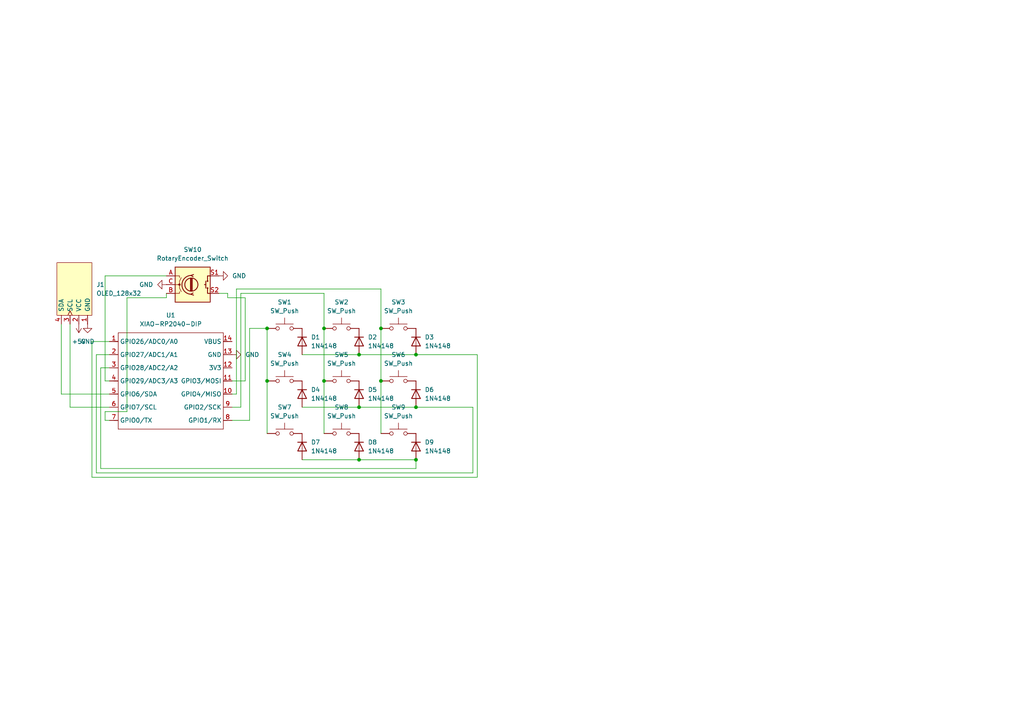
<source format=kicad_sch>
(kicad_sch
	(version 20250114)
	(generator "eeschema")
	(generator_version "9.0")
	(uuid "d524e578-a6f3-4b89-9395-40ca54ffc26e")
	(paper "A4")
	(lib_symbols
		(symbol "Device:RotaryEncoder_Switch"
			(pin_names
				(offset 0.254)
				(hide yes)
			)
			(exclude_from_sim no)
			(in_bom yes)
			(on_board yes)
			(property "Reference" "SW"
				(at 0 6.604 0)
				(effects
					(font
						(size 1.27 1.27)
					)
				)
			)
			(property "Value" "RotaryEncoder_Switch"
				(at 0 -6.604 0)
				(effects
					(font
						(size 1.27 1.27)
					)
				)
			)
			(property "Footprint" ""
				(at -3.81 4.064 0)
				(effects
					(font
						(size 1.27 1.27)
					)
					(hide yes)
				)
			)
			(property "Datasheet" "~"
				(at 0 6.604 0)
				(effects
					(font
						(size 1.27 1.27)
					)
					(hide yes)
				)
			)
			(property "Description" "Rotary encoder, dual channel, incremental quadrate outputs, with switch"
				(at 0 0 0)
				(effects
					(font
						(size 1.27 1.27)
					)
					(hide yes)
				)
			)
			(property "ki_keywords" "rotary switch encoder switch push button"
				(at 0 0 0)
				(effects
					(font
						(size 1.27 1.27)
					)
					(hide yes)
				)
			)
			(property "ki_fp_filters" "RotaryEncoder*Switch*"
				(at 0 0 0)
				(effects
					(font
						(size 1.27 1.27)
					)
					(hide yes)
				)
			)
			(symbol "RotaryEncoder_Switch_0_1"
				(rectangle
					(start -5.08 5.08)
					(end 5.08 -5.08)
					(stroke
						(width 0.254)
						(type default)
					)
					(fill
						(type background)
					)
				)
				(polyline
					(pts
						(xy -5.08 2.54) (xy -3.81 2.54) (xy -3.81 2.032)
					)
					(stroke
						(width 0)
						(type default)
					)
					(fill
						(type none)
					)
				)
				(polyline
					(pts
						(xy -5.08 0) (xy -3.81 0) (xy -3.81 -1.016) (xy -3.302 -2.032)
					)
					(stroke
						(width 0)
						(type default)
					)
					(fill
						(type none)
					)
				)
				(polyline
					(pts
						(xy -5.08 -2.54) (xy -3.81 -2.54) (xy -3.81 -2.032)
					)
					(stroke
						(width 0)
						(type default)
					)
					(fill
						(type none)
					)
				)
				(polyline
					(pts
						(xy -4.318 0) (xy -3.81 0) (xy -3.81 1.016) (xy -3.302 2.032)
					)
					(stroke
						(width 0)
						(type default)
					)
					(fill
						(type none)
					)
				)
				(circle
					(center -3.81 0)
					(radius 0.254)
					(stroke
						(width 0)
						(type default)
					)
					(fill
						(type outline)
					)
				)
				(polyline
					(pts
						(xy -0.635 -1.778) (xy -0.635 1.778)
					)
					(stroke
						(width 0.254)
						(type default)
					)
					(fill
						(type none)
					)
				)
				(circle
					(center -0.381 0)
					(radius 1.905)
					(stroke
						(width 0.254)
						(type default)
					)
					(fill
						(type none)
					)
				)
				(polyline
					(pts
						(xy -0.381 -1.778) (xy -0.381 1.778)
					)
					(stroke
						(width 0.254)
						(type default)
					)
					(fill
						(type none)
					)
				)
				(arc
					(start -0.381 -2.794)
					(mid -3.0988 -0.0635)
					(end -0.381 2.667)
					(stroke
						(width 0.254)
						(type default)
					)
					(fill
						(type none)
					)
				)
				(polyline
					(pts
						(xy -0.127 1.778) (xy -0.127 -1.778)
					)
					(stroke
						(width 0.254)
						(type default)
					)
					(fill
						(type none)
					)
				)
				(polyline
					(pts
						(xy 0.254 2.921) (xy -0.508 2.667) (xy 0.127 2.286)
					)
					(stroke
						(width 0.254)
						(type default)
					)
					(fill
						(type none)
					)
				)
				(polyline
					(pts
						(xy 0.254 -3.048) (xy -0.508 -2.794) (xy 0.127 -2.413)
					)
					(stroke
						(width 0.254)
						(type default)
					)
					(fill
						(type none)
					)
				)
				(polyline
					(pts
						(xy 3.81 1.016) (xy 3.81 -1.016)
					)
					(stroke
						(width 0.254)
						(type default)
					)
					(fill
						(type none)
					)
				)
				(polyline
					(pts
						(xy 3.81 0) (xy 3.429 0)
					)
					(stroke
						(width 0.254)
						(type default)
					)
					(fill
						(type none)
					)
				)
				(circle
					(center 4.318 1.016)
					(radius 0.127)
					(stroke
						(width 0.254)
						(type default)
					)
					(fill
						(type none)
					)
				)
				(circle
					(center 4.318 -1.016)
					(radius 0.127)
					(stroke
						(width 0.254)
						(type default)
					)
					(fill
						(type none)
					)
				)
				(polyline
					(pts
						(xy 5.08 2.54) (xy 4.318 2.54) (xy 4.318 1.016)
					)
					(stroke
						(width 0.254)
						(type default)
					)
					(fill
						(type none)
					)
				)
				(polyline
					(pts
						(xy 5.08 -2.54) (xy 4.318 -2.54) (xy 4.318 -1.016)
					)
					(stroke
						(width 0.254)
						(type default)
					)
					(fill
						(type none)
					)
				)
			)
			(symbol "RotaryEncoder_Switch_1_1"
				(pin passive line
					(at -7.62 2.54 0)
					(length 2.54)
					(name "A"
						(effects
							(font
								(size 1.27 1.27)
							)
						)
					)
					(number "A"
						(effects
							(font
								(size 1.27 1.27)
							)
						)
					)
				)
				(pin passive line
					(at -7.62 0 0)
					(length 2.54)
					(name "C"
						(effects
							(font
								(size 1.27 1.27)
							)
						)
					)
					(number "C"
						(effects
							(font
								(size 1.27 1.27)
							)
						)
					)
				)
				(pin passive line
					(at -7.62 -2.54 0)
					(length 2.54)
					(name "B"
						(effects
							(font
								(size 1.27 1.27)
							)
						)
					)
					(number "B"
						(effects
							(font
								(size 1.27 1.27)
							)
						)
					)
				)
				(pin passive line
					(at 7.62 2.54 180)
					(length 2.54)
					(name "S1"
						(effects
							(font
								(size 1.27 1.27)
							)
						)
					)
					(number "S1"
						(effects
							(font
								(size 1.27 1.27)
							)
						)
					)
				)
				(pin passive line
					(at 7.62 -2.54 180)
					(length 2.54)
					(name "S2"
						(effects
							(font
								(size 1.27 1.27)
							)
						)
					)
					(number "S2"
						(effects
							(font
								(size 1.27 1.27)
							)
						)
					)
				)
			)
			(embedded_fonts no)
		)
		(symbol "Diode:1N4148"
			(pin_numbers
				(hide yes)
			)
			(pin_names
				(hide yes)
			)
			(exclude_from_sim no)
			(in_bom yes)
			(on_board yes)
			(property "Reference" "D"
				(at 0 2.54 0)
				(effects
					(font
						(size 1.27 1.27)
					)
				)
			)
			(property "Value" "1N4148"
				(at 0 -2.54 0)
				(effects
					(font
						(size 1.27 1.27)
					)
				)
			)
			(property "Footprint" "Diode_THT:D_DO-35_SOD27_P7.62mm_Horizontal"
				(at 0 0 0)
				(effects
					(font
						(size 1.27 1.27)
					)
					(hide yes)
				)
			)
			(property "Datasheet" "https://assets.nexperia.com/documents/data-sheet/1N4148_1N4448.pdf"
				(at 0 0 0)
				(effects
					(font
						(size 1.27 1.27)
					)
					(hide yes)
				)
			)
			(property "Description" "100V 0.15A standard switching diode, DO-35"
				(at 0 0 0)
				(effects
					(font
						(size 1.27 1.27)
					)
					(hide yes)
				)
			)
			(property "Sim.Device" "D"
				(at 0 0 0)
				(effects
					(font
						(size 1.27 1.27)
					)
					(hide yes)
				)
			)
			(property "Sim.Pins" "1=K 2=A"
				(at 0 0 0)
				(effects
					(font
						(size 1.27 1.27)
					)
					(hide yes)
				)
			)
			(property "ki_keywords" "diode"
				(at 0 0 0)
				(effects
					(font
						(size 1.27 1.27)
					)
					(hide yes)
				)
			)
			(property "ki_fp_filters" "D*DO?35*"
				(at 0 0 0)
				(effects
					(font
						(size 1.27 1.27)
					)
					(hide yes)
				)
			)
			(symbol "1N4148_0_1"
				(polyline
					(pts
						(xy -1.27 1.27) (xy -1.27 -1.27)
					)
					(stroke
						(width 0.254)
						(type default)
					)
					(fill
						(type none)
					)
				)
				(polyline
					(pts
						(xy 1.27 1.27) (xy 1.27 -1.27) (xy -1.27 0) (xy 1.27 1.27)
					)
					(stroke
						(width 0.254)
						(type default)
					)
					(fill
						(type none)
					)
				)
				(polyline
					(pts
						(xy 1.27 0) (xy -1.27 0)
					)
					(stroke
						(width 0)
						(type default)
					)
					(fill
						(type none)
					)
				)
			)
			(symbol "1N4148_1_1"
				(pin passive line
					(at -3.81 0 0)
					(length 2.54)
					(name "K"
						(effects
							(font
								(size 1.27 1.27)
							)
						)
					)
					(number "1"
						(effects
							(font
								(size 1.27 1.27)
							)
						)
					)
				)
				(pin passive line
					(at 3.81 0 180)
					(length 2.54)
					(name "A"
						(effects
							(font
								(size 1.27 1.27)
							)
						)
					)
					(number "2"
						(effects
							(font
								(size 1.27 1.27)
							)
						)
					)
				)
			)
			(embedded_fonts no)
		)
		(symbol "ScottoKeebs:OLED_128x32"
			(pin_names
				(offset 1.016)
			)
			(exclude_from_sim no)
			(in_bom yes)
			(on_board yes)
			(property "Reference" "J"
				(at 0 -6.35 0)
				(effects
					(font
						(size 1.27 1.27)
					)
				)
			)
			(property "Value" "OLED_128x32"
				(at 0 6.35 0)
				(effects
					(font
						(size 1.27 1.27)
					)
				)
			)
			(property "Footprint" "ScottoKeebs_Components:OLED_128x32"
				(at 0 8.89 0)
				(effects
					(font
						(size 1.27 1.27)
					)
					(hide yes)
				)
			)
			(property "Datasheet" ""
				(at 0 1.27 0)
				(effects
					(font
						(size 1.27 1.27)
					)
					(hide yes)
				)
			)
			(property "Description" ""
				(at 0 0 0)
				(effects
					(font
						(size 1.27 1.27)
					)
					(hide yes)
				)
			)
			(symbol "OLED_128x32_0_1"
				(rectangle
					(start 0 5.08)
					(end 15.24 -5.08)
					(stroke
						(width 0)
						(type default)
					)
					(fill
						(type background)
					)
				)
			)
			(symbol "OLED_128x32_1_1"
				(pin bidirectional line
					(at -2.54 3.81 0)
					(length 2.54)
					(name "SDA"
						(effects
							(font
								(size 1.27 1.27)
							)
						)
					)
					(number "4"
						(effects
							(font
								(size 1.27 1.27)
							)
						)
					)
				)
				(pin input clock
					(at -2.54 1.27 0)
					(length 2.54)
					(name "SCL"
						(effects
							(font
								(size 1.27 1.27)
							)
						)
					)
					(number "3"
						(effects
							(font
								(size 1.27 1.27)
							)
						)
					)
				)
				(pin power_in line
					(at -2.54 -1.27 0)
					(length 2.54)
					(name "VCC"
						(effects
							(font
								(size 1.27 1.27)
							)
						)
					)
					(number "2"
						(effects
							(font
								(size 1.27 1.27)
							)
						)
					)
				)
				(pin power_in line
					(at -2.54 -3.81 0)
					(length 2.54)
					(name "GND"
						(effects
							(font
								(size 1.27 1.27)
							)
						)
					)
					(number "1"
						(effects
							(font
								(size 1.27 1.27)
							)
						)
					)
				)
			)
			(embedded_fonts no)
		)
		(symbol "Seeed_Studio_XIAO_Series:XIAO-RP2040-DIP"
			(exclude_from_sim no)
			(in_bom yes)
			(on_board yes)
			(property "Reference" "U"
				(at 0 0 0)
				(effects
					(font
						(size 1.27 1.27)
					)
				)
			)
			(property "Value" "XIAO-RP2040-DIP"
				(at 5.334 -1.778 0)
				(effects
					(font
						(size 1.27 1.27)
					)
				)
			)
			(property "Footprint" "Module:MOUDLE14P-XIAO-DIP-SMD"
				(at 14.478 -32.258 0)
				(effects
					(font
						(size 1.27 1.27)
					)
					(hide yes)
				)
			)
			(property "Datasheet" ""
				(at 0 0 0)
				(effects
					(font
						(size 1.27 1.27)
					)
					(hide yes)
				)
			)
			(property "Description" ""
				(at 0 0 0)
				(effects
					(font
						(size 1.27 1.27)
					)
					(hide yes)
				)
			)
			(symbol "XIAO-RP2040-DIP_1_0"
				(polyline
					(pts
						(xy -1.27 -2.54) (xy 29.21 -2.54)
					)
					(stroke
						(width 0.1524)
						(type solid)
					)
					(fill
						(type none)
					)
				)
				(polyline
					(pts
						(xy -1.27 -5.08) (xy -2.54 -5.08)
					)
					(stroke
						(width 0.1524)
						(type solid)
					)
					(fill
						(type none)
					)
				)
				(polyline
					(pts
						(xy -1.27 -5.08) (xy -1.27 -2.54)
					)
					(stroke
						(width 0.1524)
						(type solid)
					)
					(fill
						(type none)
					)
				)
				(polyline
					(pts
						(xy -1.27 -8.89) (xy -2.54 -8.89)
					)
					(stroke
						(width 0.1524)
						(type solid)
					)
					(fill
						(type none)
					)
				)
				(polyline
					(pts
						(xy -1.27 -8.89) (xy -1.27 -5.08)
					)
					(stroke
						(width 0.1524)
						(type solid)
					)
					(fill
						(type none)
					)
				)
				(polyline
					(pts
						(xy -1.27 -12.7) (xy -2.54 -12.7)
					)
					(stroke
						(width 0.1524)
						(type solid)
					)
					(fill
						(type none)
					)
				)
				(polyline
					(pts
						(xy -1.27 -12.7) (xy -1.27 -8.89)
					)
					(stroke
						(width 0.1524)
						(type solid)
					)
					(fill
						(type none)
					)
				)
				(polyline
					(pts
						(xy -1.27 -16.51) (xy -2.54 -16.51)
					)
					(stroke
						(width 0.1524)
						(type solid)
					)
					(fill
						(type none)
					)
				)
				(polyline
					(pts
						(xy -1.27 -16.51) (xy -1.27 -12.7)
					)
					(stroke
						(width 0.1524)
						(type solid)
					)
					(fill
						(type none)
					)
				)
				(polyline
					(pts
						(xy -1.27 -20.32) (xy -2.54 -20.32)
					)
					(stroke
						(width 0.1524)
						(type solid)
					)
					(fill
						(type none)
					)
				)
				(polyline
					(pts
						(xy -1.27 -24.13) (xy -2.54 -24.13)
					)
					(stroke
						(width 0.1524)
						(type solid)
					)
					(fill
						(type none)
					)
				)
				(polyline
					(pts
						(xy -1.27 -27.94) (xy -2.54 -27.94)
					)
					(stroke
						(width 0.1524)
						(type solid)
					)
					(fill
						(type none)
					)
				)
				(polyline
					(pts
						(xy -1.27 -30.48) (xy -1.27 -16.51)
					)
					(stroke
						(width 0.1524)
						(type solid)
					)
					(fill
						(type none)
					)
				)
				(polyline
					(pts
						(xy 29.21 -2.54) (xy 29.21 -5.08)
					)
					(stroke
						(width 0.1524)
						(type solid)
					)
					(fill
						(type none)
					)
				)
				(polyline
					(pts
						(xy 29.21 -5.08) (xy 29.21 -8.89)
					)
					(stroke
						(width 0.1524)
						(type solid)
					)
					(fill
						(type none)
					)
				)
				(polyline
					(pts
						(xy 29.21 -8.89) (xy 29.21 -12.7)
					)
					(stroke
						(width 0.1524)
						(type solid)
					)
					(fill
						(type none)
					)
				)
				(polyline
					(pts
						(xy 29.21 -12.7) (xy 29.21 -30.48)
					)
					(stroke
						(width 0.1524)
						(type solid)
					)
					(fill
						(type none)
					)
				)
				(polyline
					(pts
						(xy 29.21 -30.48) (xy -1.27 -30.48)
					)
					(stroke
						(width 0.1524)
						(type solid)
					)
					(fill
						(type none)
					)
				)
				(polyline
					(pts
						(xy 30.48 -5.08) (xy 29.21 -5.08)
					)
					(stroke
						(width 0.1524)
						(type solid)
					)
					(fill
						(type none)
					)
				)
				(polyline
					(pts
						(xy 30.48 -8.89) (xy 29.21 -8.89)
					)
					(stroke
						(width 0.1524)
						(type solid)
					)
					(fill
						(type none)
					)
				)
				(polyline
					(pts
						(xy 30.48 -12.7) (xy 29.21 -12.7)
					)
					(stroke
						(width 0.1524)
						(type solid)
					)
					(fill
						(type none)
					)
				)
				(polyline
					(pts
						(xy 30.48 -16.51) (xy 29.21 -16.51)
					)
					(stroke
						(width 0.1524)
						(type solid)
					)
					(fill
						(type none)
					)
				)
				(polyline
					(pts
						(xy 30.48 -20.32) (xy 29.21 -20.32)
					)
					(stroke
						(width 0.1524)
						(type solid)
					)
					(fill
						(type none)
					)
				)
				(polyline
					(pts
						(xy 30.48 -24.13) (xy 29.21 -24.13)
					)
					(stroke
						(width 0.1524)
						(type solid)
					)
					(fill
						(type none)
					)
				)
				(polyline
					(pts
						(xy 30.48 -27.94) (xy 29.21 -27.94)
					)
					(stroke
						(width 0.1524)
						(type solid)
					)
					(fill
						(type none)
					)
				)
				(pin passive line
					(at -3.81 -5.08 0)
					(length 2.54)
					(name "GPIO26/ADC0/A0"
						(effects
							(font
								(size 1.27 1.27)
							)
						)
					)
					(number "1"
						(effects
							(font
								(size 1.27 1.27)
							)
						)
					)
				)
				(pin passive line
					(at -3.81 -8.89 0)
					(length 2.54)
					(name "GPIO27/ADC1/A1"
						(effects
							(font
								(size 1.27 1.27)
							)
						)
					)
					(number "2"
						(effects
							(font
								(size 1.27 1.27)
							)
						)
					)
				)
				(pin passive line
					(at -3.81 -12.7 0)
					(length 2.54)
					(name "GPIO28/ADC2/A2"
						(effects
							(font
								(size 1.27 1.27)
							)
						)
					)
					(number "3"
						(effects
							(font
								(size 1.27 1.27)
							)
						)
					)
				)
				(pin passive line
					(at -3.81 -16.51 0)
					(length 2.54)
					(name "GPIO29/ADC3/A3"
						(effects
							(font
								(size 1.27 1.27)
							)
						)
					)
					(number "4"
						(effects
							(font
								(size 1.27 1.27)
							)
						)
					)
				)
				(pin passive line
					(at -3.81 -20.32 0)
					(length 2.54)
					(name "GPIO6/SDA"
						(effects
							(font
								(size 1.27 1.27)
							)
						)
					)
					(number "5"
						(effects
							(font
								(size 1.27 1.27)
							)
						)
					)
				)
				(pin passive line
					(at -3.81 -24.13 0)
					(length 2.54)
					(name "GPIO7/SCL"
						(effects
							(font
								(size 1.27 1.27)
							)
						)
					)
					(number "6"
						(effects
							(font
								(size 1.27 1.27)
							)
						)
					)
				)
				(pin passive line
					(at -3.81 -27.94 0)
					(length 2.54)
					(name "GPIO0/TX"
						(effects
							(font
								(size 1.27 1.27)
							)
						)
					)
					(number "7"
						(effects
							(font
								(size 1.27 1.27)
							)
						)
					)
				)
				(pin passive line
					(at 31.75 -5.08 180)
					(length 2.54)
					(name "VBUS"
						(effects
							(font
								(size 1.27 1.27)
							)
						)
					)
					(number "14"
						(effects
							(font
								(size 1.27 1.27)
							)
						)
					)
				)
				(pin passive line
					(at 31.75 -8.89 180)
					(length 2.54)
					(name "GND"
						(effects
							(font
								(size 1.27 1.27)
							)
						)
					)
					(number "13"
						(effects
							(font
								(size 1.27 1.27)
							)
						)
					)
				)
				(pin passive line
					(at 31.75 -12.7 180)
					(length 2.54)
					(name "3V3"
						(effects
							(font
								(size 1.27 1.27)
							)
						)
					)
					(number "12"
						(effects
							(font
								(size 1.27 1.27)
							)
						)
					)
				)
				(pin passive line
					(at 31.75 -16.51 180)
					(length 2.54)
					(name "GPIO3/MOSI"
						(effects
							(font
								(size 1.27 1.27)
							)
						)
					)
					(number "11"
						(effects
							(font
								(size 1.27 1.27)
							)
						)
					)
				)
				(pin passive line
					(at 31.75 -20.32 180)
					(length 2.54)
					(name "GPIO4/MISO"
						(effects
							(font
								(size 1.27 1.27)
							)
						)
					)
					(number "10"
						(effects
							(font
								(size 1.27 1.27)
							)
						)
					)
				)
				(pin passive line
					(at 31.75 -24.13 180)
					(length 2.54)
					(name "GPIO2/SCK"
						(effects
							(font
								(size 1.27 1.27)
							)
						)
					)
					(number "9"
						(effects
							(font
								(size 1.27 1.27)
							)
						)
					)
				)
				(pin passive line
					(at 31.75 -27.94 180)
					(length 2.54)
					(name "GPIO1/RX"
						(effects
							(font
								(size 1.27 1.27)
							)
						)
					)
					(number "8"
						(effects
							(font
								(size 1.27 1.27)
							)
						)
					)
				)
			)
			(embedded_fonts no)
		)
		(symbol "Switch:SW_Push"
			(pin_numbers
				(hide yes)
			)
			(pin_names
				(offset 1.016)
				(hide yes)
			)
			(exclude_from_sim no)
			(in_bom yes)
			(on_board yes)
			(property "Reference" "SW"
				(at 1.27 2.54 0)
				(effects
					(font
						(size 1.27 1.27)
					)
					(justify left)
				)
			)
			(property "Value" "SW_Push"
				(at 0 -1.524 0)
				(effects
					(font
						(size 1.27 1.27)
					)
				)
			)
			(property "Footprint" ""
				(at 0 5.08 0)
				(effects
					(font
						(size 1.27 1.27)
					)
					(hide yes)
				)
			)
			(property "Datasheet" "~"
				(at 0 5.08 0)
				(effects
					(font
						(size 1.27 1.27)
					)
					(hide yes)
				)
			)
			(property "Description" "Push button switch, generic, two pins"
				(at 0 0 0)
				(effects
					(font
						(size 1.27 1.27)
					)
					(hide yes)
				)
			)
			(property "ki_keywords" "switch normally-open pushbutton push-button"
				(at 0 0 0)
				(effects
					(font
						(size 1.27 1.27)
					)
					(hide yes)
				)
			)
			(symbol "SW_Push_0_1"
				(circle
					(center -2.032 0)
					(radius 0.508)
					(stroke
						(width 0)
						(type default)
					)
					(fill
						(type none)
					)
				)
				(polyline
					(pts
						(xy 0 1.27) (xy 0 3.048)
					)
					(stroke
						(width 0)
						(type default)
					)
					(fill
						(type none)
					)
				)
				(circle
					(center 2.032 0)
					(radius 0.508)
					(stroke
						(width 0)
						(type default)
					)
					(fill
						(type none)
					)
				)
				(polyline
					(pts
						(xy 2.54 1.27) (xy -2.54 1.27)
					)
					(stroke
						(width 0)
						(type default)
					)
					(fill
						(type none)
					)
				)
				(pin passive line
					(at -5.08 0 0)
					(length 2.54)
					(name "1"
						(effects
							(font
								(size 1.27 1.27)
							)
						)
					)
					(number "1"
						(effects
							(font
								(size 1.27 1.27)
							)
						)
					)
				)
				(pin passive line
					(at 5.08 0 180)
					(length 2.54)
					(name "2"
						(effects
							(font
								(size 1.27 1.27)
							)
						)
					)
					(number "2"
						(effects
							(font
								(size 1.27 1.27)
							)
						)
					)
				)
			)
			(embedded_fonts no)
		)
		(symbol "power:+5V"
			(power)
			(pin_numbers
				(hide yes)
			)
			(pin_names
				(offset 0)
				(hide yes)
			)
			(exclude_from_sim no)
			(in_bom yes)
			(on_board yes)
			(property "Reference" "#PWR"
				(at 0 -3.81 0)
				(effects
					(font
						(size 1.27 1.27)
					)
					(hide yes)
				)
			)
			(property "Value" "+5V"
				(at 0 3.556 0)
				(effects
					(font
						(size 1.27 1.27)
					)
				)
			)
			(property "Footprint" ""
				(at 0 0 0)
				(effects
					(font
						(size 1.27 1.27)
					)
					(hide yes)
				)
			)
			(property "Datasheet" ""
				(at 0 0 0)
				(effects
					(font
						(size 1.27 1.27)
					)
					(hide yes)
				)
			)
			(property "Description" "Power symbol creates a global label with name \"+5V\""
				(at 0 0 0)
				(effects
					(font
						(size 1.27 1.27)
					)
					(hide yes)
				)
			)
			(property "ki_keywords" "global power"
				(at 0 0 0)
				(effects
					(font
						(size 1.27 1.27)
					)
					(hide yes)
				)
			)
			(symbol "+5V_0_1"
				(polyline
					(pts
						(xy -0.762 1.27) (xy 0 2.54)
					)
					(stroke
						(width 0)
						(type default)
					)
					(fill
						(type none)
					)
				)
				(polyline
					(pts
						(xy 0 2.54) (xy 0.762 1.27)
					)
					(stroke
						(width 0)
						(type default)
					)
					(fill
						(type none)
					)
				)
				(polyline
					(pts
						(xy 0 0) (xy 0 2.54)
					)
					(stroke
						(width 0)
						(type default)
					)
					(fill
						(type none)
					)
				)
			)
			(symbol "+5V_1_1"
				(pin power_in line
					(at 0 0 90)
					(length 0)
					(name "~"
						(effects
							(font
								(size 1.27 1.27)
							)
						)
					)
					(number "1"
						(effects
							(font
								(size 1.27 1.27)
							)
						)
					)
				)
			)
			(embedded_fonts no)
		)
		(symbol "power:GND"
			(power)
			(pin_numbers
				(hide yes)
			)
			(pin_names
				(offset 0)
				(hide yes)
			)
			(exclude_from_sim no)
			(in_bom yes)
			(on_board yes)
			(property "Reference" "#PWR"
				(at 0 -6.35 0)
				(effects
					(font
						(size 1.27 1.27)
					)
					(hide yes)
				)
			)
			(property "Value" "GND"
				(at 0 -3.81 0)
				(effects
					(font
						(size 1.27 1.27)
					)
				)
			)
			(property "Footprint" ""
				(at 0 0 0)
				(effects
					(font
						(size 1.27 1.27)
					)
					(hide yes)
				)
			)
			(property "Datasheet" ""
				(at 0 0 0)
				(effects
					(font
						(size 1.27 1.27)
					)
					(hide yes)
				)
			)
			(property "Description" "Power symbol creates a global label with name \"GND\" , ground"
				(at 0 0 0)
				(effects
					(font
						(size 1.27 1.27)
					)
					(hide yes)
				)
			)
			(property "ki_keywords" "global power"
				(at 0 0 0)
				(effects
					(font
						(size 1.27 1.27)
					)
					(hide yes)
				)
			)
			(symbol "GND_0_1"
				(polyline
					(pts
						(xy 0 0) (xy 0 -1.27) (xy 1.27 -1.27) (xy 0 -2.54) (xy -1.27 -1.27) (xy 0 -1.27)
					)
					(stroke
						(width 0)
						(type default)
					)
					(fill
						(type none)
					)
				)
			)
			(symbol "GND_1_1"
				(pin power_in line
					(at 0 0 270)
					(length 0)
					(name "~"
						(effects
							(font
								(size 1.27 1.27)
							)
						)
					)
					(number "1"
						(effects
							(font
								(size 1.27 1.27)
							)
						)
					)
				)
			)
			(embedded_fonts no)
		)
	)
	(junction
		(at 104.14 118.11)
		(diameter 0)
		(color 0 0 0 0)
		(uuid "0c8d57d8-dd06-44d8-a11e-04d448352f2c")
	)
	(junction
		(at 77.47 95.25)
		(diameter 0)
		(color 0 0 0 0)
		(uuid "25c67fc7-0f7d-4358-82ea-0dd757e0d966")
	)
	(junction
		(at 77.47 110.49)
		(diameter 0)
		(color 0 0 0 0)
		(uuid "6117ae15-10b6-413f-be59-c79cec5ed61b")
	)
	(junction
		(at 104.14 102.87)
		(diameter 0)
		(color 0 0 0 0)
		(uuid "725ac58c-1e56-42a7-ba91-5c31ef5d01cd")
	)
	(junction
		(at 104.14 133.35)
		(diameter 0)
		(color 0 0 0 0)
		(uuid "852aac5c-1020-4c7f-856a-648de72f7f3b")
	)
	(junction
		(at 120.65 133.35)
		(diameter 0)
		(color 0 0 0 0)
		(uuid "90a24206-d11a-4830-b57d-7a26348b54e6")
	)
	(junction
		(at 120.65 102.87)
		(diameter 0)
		(color 0 0 0 0)
		(uuid "acc8690f-c473-4598-8cff-0137245e8651")
	)
	(junction
		(at 93.98 110.49)
		(diameter 0)
		(color 0 0 0 0)
		(uuid "b465abf5-95a7-463e-88d5-7f1ce9fb7e1f")
	)
	(junction
		(at 110.49 110.49)
		(diameter 0)
		(color 0 0 0 0)
		(uuid "c6feacdf-e96e-4198-8ad8-07732c3bd303")
	)
	(junction
		(at 110.49 95.25)
		(diameter 0)
		(color 0 0 0 0)
		(uuid "d1d70578-93e3-48b0-9ce6-acef466a609c")
	)
	(junction
		(at 93.98 95.25)
		(diameter 0)
		(color 0 0 0 0)
		(uuid "da05ece3-2b7a-4660-9694-869eea680c7b")
	)
	(junction
		(at 120.65 118.11)
		(diameter 0)
		(color 0 0 0 0)
		(uuid "f009089d-76ba-4dd1-b865-72d3a4d542a8")
	)
	(wire
		(pts
			(xy 93.98 85.09) (xy 69.85 85.09)
		)
		(stroke
			(width 0)
			(type default)
		)
		(uuid "00f14e29-26d6-4981-ba44-c2c992dee3a0")
	)
	(wire
		(pts
			(xy 87.63 118.11) (xy 104.14 118.11)
		)
		(stroke
			(width 0)
			(type default)
		)
		(uuid "04fd9287-8381-4bfd-b2d9-c49508173d89")
	)
	(wire
		(pts
			(xy 30.48 80.01) (xy 30.48 110.49)
		)
		(stroke
			(width 0)
			(type default)
		)
		(uuid "0531e109-16d4-4cc9-ab1a-9f1cece2ad98")
	)
	(wire
		(pts
			(xy 29.21 106.68) (xy 31.75 106.68)
		)
		(stroke
			(width 0)
			(type default)
		)
		(uuid "05ec8f7d-3e77-4cf0-8705-111a6a666c3f")
	)
	(wire
		(pts
			(xy 110.49 95.25) (xy 110.49 110.49)
		)
		(stroke
			(width 0)
			(type default)
		)
		(uuid "084dcdbe-1806-4b29-a8fc-d58a86c99cf7")
	)
	(wire
		(pts
			(xy 120.65 133.35) (xy 120.65 135.89)
		)
		(stroke
			(width 0)
			(type default)
		)
		(uuid "08f67408-1933-4cc8-bf77-59614ae809f3")
	)
	(wire
		(pts
			(xy 138.43 138.43) (xy 26.67 138.43)
		)
		(stroke
			(width 0)
			(type default)
		)
		(uuid "0a650862-16a6-43bc-bf3f-fea8808f70be")
	)
	(wire
		(pts
			(xy 104.14 102.87) (xy 120.65 102.87)
		)
		(stroke
			(width 0)
			(type default)
		)
		(uuid "1c38d0af-2e4e-4459-a062-001b6d2f93c0")
	)
	(wire
		(pts
			(xy 87.63 102.87) (xy 104.14 102.87)
		)
		(stroke
			(width 0)
			(type default)
		)
		(uuid "1e4bc79f-aac7-4274-a4c7-1bf088621377")
	)
	(wire
		(pts
			(xy 120.65 102.87) (xy 138.43 102.87)
		)
		(stroke
			(width 0)
			(type default)
		)
		(uuid "23ce6b39-36d0-4332-bd91-966f5c2fe25f")
	)
	(wire
		(pts
			(xy 69.85 85.09) (xy 69.85 118.11)
		)
		(stroke
			(width 0)
			(type default)
		)
		(uuid "26978cb1-d6e7-4f96-bafd-c1ef4cac24b5")
	)
	(wire
		(pts
			(xy 72.39 121.92) (xy 67.31 121.92)
		)
		(stroke
			(width 0)
			(type default)
		)
		(uuid "295ebfa0-5adf-44e1-a099-c8aa1e10b3f9")
	)
	(wire
		(pts
			(xy 68.58 114.3) (xy 67.31 114.3)
		)
		(stroke
			(width 0)
			(type default)
		)
		(uuid "2c54e796-0daa-49b5-aaa6-b7c4c623ebaa")
	)
	(wire
		(pts
			(xy 87.63 133.35) (xy 104.14 133.35)
		)
		(stroke
			(width 0)
			(type default)
		)
		(uuid "2ecc44b3-83b7-49b9-9aa4-5cdf7af70213")
	)
	(wire
		(pts
			(xy 93.98 110.49) (xy 93.98 125.73)
		)
		(stroke
			(width 0)
			(type default)
		)
		(uuid "2f8be095-7506-431c-a550-3abbf4bf3ebb")
	)
	(wire
		(pts
			(xy 30.48 119.38) (xy 36.83 119.38)
		)
		(stroke
			(width 0)
			(type default)
		)
		(uuid "34eed28b-80dd-47c4-a973-f2af8faf0f87")
	)
	(wire
		(pts
			(xy 66.04 86.36) (xy 71.12 86.36)
		)
		(stroke
			(width 0)
			(type default)
		)
		(uuid "3aab022f-7e22-4126-b28a-65c8f276384f")
	)
	(wire
		(pts
			(xy 36.83 86.36) (xy 48.26 86.36)
		)
		(stroke
			(width 0)
			(type default)
		)
		(uuid "3e8381ee-8b9f-4ad8-9249-1447b41c7e79")
	)
	(wire
		(pts
			(xy 48.26 80.01) (xy 30.48 80.01)
		)
		(stroke
			(width 0)
			(type default)
		)
		(uuid "484a81e5-fdf7-4169-acd0-1e271a452281")
	)
	(wire
		(pts
			(xy 66.04 85.09) (xy 66.04 86.36)
		)
		(stroke
			(width 0)
			(type default)
		)
		(uuid "4bc63f2f-ccfe-4b3b-b1d5-1328ee867638")
	)
	(wire
		(pts
			(xy 110.49 110.49) (xy 110.49 125.73)
		)
		(stroke
			(width 0)
			(type default)
		)
		(uuid "4f03f3ed-65c5-48ca-8085-6ae2099dc36a")
	)
	(wire
		(pts
			(xy 71.12 86.36) (xy 71.12 110.49)
		)
		(stroke
			(width 0)
			(type default)
		)
		(uuid "5e33f04d-be22-4567-bb45-14fdcef34431")
	)
	(wire
		(pts
			(xy 72.39 95.25) (xy 72.39 121.92)
		)
		(stroke
			(width 0)
			(type default)
		)
		(uuid "6a7b7f79-f326-4566-b028-2c1fa61cbd80")
	)
	(wire
		(pts
			(xy 26.67 99.06) (xy 31.75 99.06)
		)
		(stroke
			(width 0)
			(type default)
		)
		(uuid "6b03d531-601f-44ca-9eec-2ac76b7cd873")
	)
	(wire
		(pts
			(xy 26.67 138.43) (xy 26.67 99.06)
		)
		(stroke
			(width 0)
			(type default)
		)
		(uuid "72ec45ba-a0f2-4d87-8609-2b77f53f9ce2")
	)
	(wire
		(pts
			(xy 69.85 118.11) (xy 67.31 118.11)
		)
		(stroke
			(width 0)
			(type default)
		)
		(uuid "77e94757-a0fc-4a15-b2d9-7e4e9d704841")
	)
	(wire
		(pts
			(xy 27.94 137.16) (xy 27.94 102.87)
		)
		(stroke
			(width 0)
			(type default)
		)
		(uuid "78a55d15-ae4e-4828-9601-3d60b1781749")
	)
	(wire
		(pts
			(xy 71.12 110.49) (xy 67.31 110.49)
		)
		(stroke
			(width 0)
			(type default)
		)
		(uuid "7eda088d-7bda-449a-a1a1-556a5f2a6942")
	)
	(wire
		(pts
			(xy 137.16 137.16) (xy 27.94 137.16)
		)
		(stroke
			(width 0)
			(type default)
		)
		(uuid "87face0c-5c73-4e2d-8c4e-0da6316ff45f")
	)
	(wire
		(pts
			(xy 93.98 95.25) (xy 93.98 85.09)
		)
		(stroke
			(width 0)
			(type default)
		)
		(uuid "903c0719-7c74-4921-af4d-00a358ca6b8f")
	)
	(wire
		(pts
			(xy 110.49 95.25) (xy 110.49 83.82)
		)
		(stroke
			(width 0)
			(type default)
		)
		(uuid "9aa3acf2-6349-426b-946c-643baf2631dd")
	)
	(wire
		(pts
			(xy 138.43 102.87) (xy 138.43 138.43)
		)
		(stroke
			(width 0)
			(type default)
		)
		(uuid "9e4912b5-fcea-4d6f-8e96-447864eb43be")
	)
	(wire
		(pts
			(xy 30.48 121.92) (xy 30.48 119.38)
		)
		(stroke
			(width 0)
			(type default)
		)
		(uuid "9ec54970-6986-46ca-b8e2-06bd544bf02b")
	)
	(wire
		(pts
			(xy 93.98 95.25) (xy 93.98 110.49)
		)
		(stroke
			(width 0)
			(type default)
		)
		(uuid "a27e568d-810b-479c-8228-dd98f90c0936")
	)
	(wire
		(pts
			(xy 68.58 83.82) (xy 68.58 114.3)
		)
		(stroke
			(width 0)
			(type default)
		)
		(uuid "a31e7409-4cf5-48e3-9e51-e8aa4e6a1d52")
	)
	(wire
		(pts
			(xy 17.78 114.3) (xy 31.75 114.3)
		)
		(stroke
			(width 0)
			(type default)
		)
		(uuid "a9f2f051-ba85-47b2-a45a-53d0359d3f2f")
	)
	(wire
		(pts
			(xy 77.47 110.49) (xy 77.47 125.73)
		)
		(stroke
			(width 0)
			(type default)
		)
		(uuid "adee8a84-0c78-4ebd-9f1d-2e97d7e0cbec")
	)
	(wire
		(pts
			(xy 137.16 118.11) (xy 137.16 137.16)
		)
		(stroke
			(width 0)
			(type default)
		)
		(uuid "b74afca8-78a5-4d4c-9808-d0c95fddd1d0")
	)
	(wire
		(pts
			(xy 29.21 135.89) (xy 29.21 106.68)
		)
		(stroke
			(width 0)
			(type default)
		)
		(uuid "bd18093c-a801-4c00-88d0-5c731a680b1f")
	)
	(wire
		(pts
			(xy 36.83 119.38) (xy 36.83 86.36)
		)
		(stroke
			(width 0)
			(type default)
		)
		(uuid "bf77dc5e-a076-4b75-86d6-68f7ead6e03a")
	)
	(wire
		(pts
			(xy 120.65 118.11) (xy 137.16 118.11)
		)
		(stroke
			(width 0)
			(type default)
		)
		(uuid "c06d8642-0867-4ae8-af87-8e8c70c50190")
	)
	(wire
		(pts
			(xy 104.14 133.35) (xy 120.65 133.35)
		)
		(stroke
			(width 0)
			(type default)
		)
		(uuid "d1852ae0-b499-471c-b306-ac1f479d1712")
	)
	(wire
		(pts
			(xy 104.14 118.11) (xy 120.65 118.11)
		)
		(stroke
			(width 0)
			(type default)
		)
		(uuid "d85e1fe4-63a9-49a1-8b1a-c75f9ec4f0a8")
	)
	(wire
		(pts
			(xy 63.5 85.09) (xy 66.04 85.09)
		)
		(stroke
			(width 0)
			(type default)
		)
		(uuid "dc69dedd-e475-4b32-a0af-d77207cf1faf")
	)
	(wire
		(pts
			(xy 120.65 135.89) (xy 29.21 135.89)
		)
		(stroke
			(width 0)
			(type default)
		)
		(uuid "dd320afe-6262-46ec-90f2-bfd03efc7e36")
	)
	(wire
		(pts
			(xy 31.75 121.92) (xy 30.48 121.92)
		)
		(stroke
			(width 0)
			(type default)
		)
		(uuid "df53dc6f-c001-42c4-999e-6a31bc78c997")
	)
	(wire
		(pts
			(xy 27.94 102.87) (xy 31.75 102.87)
		)
		(stroke
			(width 0)
			(type default)
		)
		(uuid "e1a54e2e-3829-4dc6-9bb5-06f3ba64fb70")
	)
	(wire
		(pts
			(xy 17.78 93.98) (xy 17.78 114.3)
		)
		(stroke
			(width 0)
			(type default)
		)
		(uuid "e247846e-49a2-4747-ac19-b1281a24cd97")
	)
	(wire
		(pts
			(xy 20.32 93.98) (xy 20.32 118.11)
		)
		(stroke
			(width 0)
			(type default)
		)
		(uuid "e990cafb-78ad-4707-9cfa-8b77f3cd5b88")
	)
	(wire
		(pts
			(xy 77.47 95.25) (xy 77.47 110.49)
		)
		(stroke
			(width 0)
			(type default)
		)
		(uuid "ec2ef7a8-ee88-4030-b251-107d3e7583b3")
	)
	(wire
		(pts
			(xy 77.47 95.25) (xy 72.39 95.25)
		)
		(stroke
			(width 0)
			(type default)
		)
		(uuid "ee4df26e-2c9a-4a89-a79a-be720de54d8b")
	)
	(wire
		(pts
			(xy 30.48 110.49) (xy 31.75 110.49)
		)
		(stroke
			(width 0)
			(type default)
		)
		(uuid "f1fde176-5d5d-452e-9cd2-bddca6305c87")
	)
	(wire
		(pts
			(xy 20.32 118.11) (xy 31.75 118.11)
		)
		(stroke
			(width 0)
			(type default)
		)
		(uuid "f3b1c946-c65e-44ba-9037-2e11e93e240a")
	)
	(wire
		(pts
			(xy 110.49 83.82) (xy 68.58 83.82)
		)
		(stroke
			(width 0)
			(type default)
		)
		(uuid "f936cf87-8f04-4ef4-bbdb-533b190572e6")
	)
	(wire
		(pts
			(xy 48.26 86.36) (xy 48.26 85.09)
		)
		(stroke
			(width 0)
			(type default)
		)
		(uuid "fad430e9-3bd8-445c-8238-cd41a4b20866")
	)
	(symbol
		(lib_id "power:GND")
		(at 63.5 80.01 90)
		(unit 1)
		(exclude_from_sim no)
		(in_bom yes)
		(on_board yes)
		(dnp no)
		(fields_autoplaced yes)
		(uuid "050edc6f-8c29-4a2f-9eb3-f2bf831c22e9")
		(property "Reference" "#PWR04"
			(at 69.85 80.01 0)
			(effects
				(font
					(size 1.27 1.27)
				)
				(hide yes)
			)
		)
		(property "Value" "GND"
			(at 67.31 80.0099 90)
			(effects
				(font
					(size 1.27 1.27)
				)
				(justify right)
			)
		)
		(property "Footprint" ""
			(at 63.5 80.01 0)
			(effects
				(font
					(size 1.27 1.27)
				)
				(hide yes)
			)
		)
		(property "Datasheet" ""
			(at 63.5 80.01 0)
			(effects
				(font
					(size 1.27 1.27)
				)
				(hide yes)
			)
		)
		(property "Description" "Power symbol creates a global label with name \"GND\" , ground"
			(at 63.5 80.01 0)
			(effects
				(font
					(size 1.27 1.27)
				)
				(hide yes)
			)
		)
		(pin "1"
			(uuid "3deae625-2f5b-4b82-bab6-724f0e098a18")
		)
		(instances
			(project ""
				(path "/d524e578-a6f3-4b89-9395-40ca54ffc26e"
					(reference "#PWR04")
					(unit 1)
				)
			)
		)
	)
	(symbol
		(lib_id "Switch:SW_Push")
		(at 82.55 95.25 0)
		(unit 1)
		(exclude_from_sim no)
		(in_bom yes)
		(on_board yes)
		(dnp no)
		(fields_autoplaced yes)
		(uuid "077cf5b6-1708-4959-a942-5c8832db626e")
		(property "Reference" "SW1"
			(at 82.55 87.63 0)
			(effects
				(font
					(size 1.27 1.27)
				)
			)
		)
		(property "Value" "SW_Push"
			(at 82.55 90.17 0)
			(effects
				(font
					(size 1.27 1.27)
				)
			)
		)
		(property "Footprint" "Button_Switch_Keyboard:SW_Cherry_MX_1.00u_PCB"
			(at 82.55 90.17 0)
			(effects
				(font
					(size 1.27 1.27)
				)
				(hide yes)
			)
		)
		(property "Datasheet" "~"
			(at 82.55 90.17 0)
			(effects
				(font
					(size 1.27 1.27)
				)
				(hide yes)
			)
		)
		(property "Description" "Push button switch, generic, two pins"
			(at 82.55 95.25 0)
			(effects
				(font
					(size 1.27 1.27)
				)
				(hide yes)
			)
		)
		(pin "1"
			(uuid "33fade33-9ce0-44e4-9fcf-bc1aaf65f418")
		)
		(pin "2"
			(uuid "9f008094-ac68-4de0-8d87-00e612ec317f")
		)
		(instances
			(project ""
				(path "/d524e578-a6f3-4b89-9395-40ca54ffc26e"
					(reference "SW1")
					(unit 1)
				)
			)
		)
	)
	(symbol
		(lib_id "Diode:1N4148")
		(at 120.65 114.3 270)
		(unit 1)
		(exclude_from_sim no)
		(in_bom yes)
		(on_board yes)
		(dnp no)
		(fields_autoplaced yes)
		(uuid "11f918c2-1758-4a1a-9283-b15b2dda8010")
		(property "Reference" "D6"
			(at 123.19 113.0299 90)
			(effects
				(font
					(size 1.27 1.27)
				)
				(justify left)
			)
		)
		(property "Value" "1N4148"
			(at 123.19 115.5699 90)
			(effects
				(font
					(size 1.27 1.27)
				)
				(justify left)
			)
		)
		(property "Footprint" "Diode_THT:D_DO-35_SOD27_P7.62mm_Horizontal"
			(at 120.65 114.3 0)
			(effects
				(font
					(size 1.27 1.27)
				)
				(hide yes)
			)
		)
		(property "Datasheet" "https://assets.nexperia.com/documents/data-sheet/1N4148_1N4448.pdf"
			(at 120.65 114.3 0)
			(effects
				(font
					(size 1.27 1.27)
				)
				(hide yes)
			)
		)
		(property "Description" "100V 0.15A standard switching diode, DO-35"
			(at 120.65 114.3 0)
			(effects
				(font
					(size 1.27 1.27)
				)
				(hide yes)
			)
		)
		(property "Sim.Device" "D"
			(at 120.65 114.3 0)
			(effects
				(font
					(size 1.27 1.27)
				)
				(hide yes)
			)
		)
		(property "Sim.Pins" "1=K 2=A"
			(at 120.65 114.3 0)
			(effects
				(font
					(size 1.27 1.27)
				)
				(hide yes)
			)
		)
		(pin "2"
			(uuid "a8aee508-0a94-457a-afb8-c45b061edd1c")
		)
		(pin "1"
			(uuid "269d7a9d-2072-4545-a8b4-04b935d323a7")
		)
		(instances
			(project "project4"
				(path "/d524e578-a6f3-4b89-9395-40ca54ffc26e"
					(reference "D6")
					(unit 1)
				)
			)
		)
	)
	(symbol
		(lib_id "Diode:1N4148")
		(at 104.14 99.06 270)
		(unit 1)
		(exclude_from_sim no)
		(in_bom yes)
		(on_board yes)
		(dnp no)
		(fields_autoplaced yes)
		(uuid "185d45ff-46b3-4f0d-a15e-02a9f0ddc544")
		(property "Reference" "D2"
			(at 106.68 97.7899 90)
			(effects
				(font
					(size 1.27 1.27)
				)
				(justify left)
			)
		)
		(property "Value" "1N4148"
			(at 106.68 100.3299 90)
			(effects
				(font
					(size 1.27 1.27)
				)
				(justify left)
			)
		)
		(property "Footprint" "Diode_THT:D_DO-35_SOD27_P7.62mm_Horizontal"
			(at 104.14 99.06 0)
			(effects
				(font
					(size 1.27 1.27)
				)
				(hide yes)
			)
		)
		(property "Datasheet" "https://assets.nexperia.com/documents/data-sheet/1N4148_1N4448.pdf"
			(at 104.14 99.06 0)
			(effects
				(font
					(size 1.27 1.27)
				)
				(hide yes)
			)
		)
		(property "Description" "100V 0.15A standard switching diode, DO-35"
			(at 104.14 99.06 0)
			(effects
				(font
					(size 1.27 1.27)
				)
				(hide yes)
			)
		)
		(property "Sim.Device" "D"
			(at 104.14 99.06 0)
			(effects
				(font
					(size 1.27 1.27)
				)
				(hide yes)
			)
		)
		(property "Sim.Pins" "1=K 2=A"
			(at 104.14 99.06 0)
			(effects
				(font
					(size 1.27 1.27)
				)
				(hide yes)
			)
		)
		(pin "2"
			(uuid "6fda0418-3d7b-410d-8c12-b47e8f4fbb88")
		)
		(pin "1"
			(uuid "2f125c0f-f6f8-4a01-8648-6b609497b1c0")
		)
		(instances
			(project "project4"
				(path "/d524e578-a6f3-4b89-9395-40ca54ffc26e"
					(reference "D2")
					(unit 1)
				)
			)
		)
	)
	(symbol
		(lib_id "Switch:SW_Push")
		(at 115.57 110.49 0)
		(unit 1)
		(exclude_from_sim no)
		(in_bom yes)
		(on_board yes)
		(dnp no)
		(fields_autoplaced yes)
		(uuid "2ddd8ad3-c002-49fb-ab74-b5f9c42f3688")
		(property "Reference" "SW6"
			(at 115.57 102.87 0)
			(effects
				(font
					(size 1.27 1.27)
				)
			)
		)
		(property "Value" "SW_Push"
			(at 115.57 105.41 0)
			(effects
				(font
					(size 1.27 1.27)
				)
			)
		)
		(property "Footprint" "Button_Switch_Keyboard:SW_Cherry_MX_1.00u_PCB"
			(at 115.57 105.41 0)
			(effects
				(font
					(size 1.27 1.27)
				)
				(hide yes)
			)
		)
		(property "Datasheet" "~"
			(at 115.57 105.41 0)
			(effects
				(font
					(size 1.27 1.27)
				)
				(hide yes)
			)
		)
		(property "Description" "Push button switch, generic, two pins"
			(at 115.57 110.49 0)
			(effects
				(font
					(size 1.27 1.27)
				)
				(hide yes)
			)
		)
		(pin "1"
			(uuid "e07a7d2a-6588-4db1-a67e-f2adebceedec")
		)
		(pin "2"
			(uuid "0c876f4e-07e5-4e58-9eb8-09da6933be6e")
		)
		(instances
			(project "project4"
				(path "/d524e578-a6f3-4b89-9395-40ca54ffc26e"
					(reference "SW6")
					(unit 1)
				)
			)
		)
	)
	(symbol
		(lib_id "ScottoKeebs:OLED_128x32")
		(at 21.59 91.44 90)
		(unit 1)
		(exclude_from_sim no)
		(in_bom yes)
		(on_board yes)
		(dnp no)
		(fields_autoplaced yes)
		(uuid "30e49b98-9760-43c6-bbfc-7c7dfbd33f31")
		(property "Reference" "J1"
			(at 27.94 82.5499 90)
			(effects
				(font
					(size 1.27 1.27)
				)
				(justify right)
			)
		)
		(property "Value" "OLED_128x32"
			(at 27.94 85.0899 90)
			(effects
				(font
					(size 1.27 1.27)
				)
				(justify right)
			)
		)
		(property "Footprint" "abc:SSD1306-0.91-OLED-4pin-128x32"
			(at 12.7 91.44 0)
			(effects
				(font
					(size 1.27 1.27)
				)
				(hide yes)
			)
		)
		(property "Datasheet" ""
			(at 20.32 91.44 0)
			(effects
				(font
					(size 1.27 1.27)
				)
				(hide yes)
			)
		)
		(property "Description" ""
			(at 21.59 91.44 0)
			(effects
				(font
					(size 1.27 1.27)
				)
				(hide yes)
			)
		)
		(pin "4"
			(uuid "4937ae4e-620f-4106-a70c-40f7357b588b")
		)
		(pin "1"
			(uuid "ce6c1de6-8a02-4e00-a635-9cace278f82b")
		)
		(pin "2"
			(uuid "a41d52cb-d6dd-4d97-ad11-440cd3651882")
		)
		(pin "3"
			(uuid "fc9975eb-528e-42dc-a194-1d1e2607f3c2")
		)
		(instances
			(project ""
				(path "/d524e578-a6f3-4b89-9395-40ca54ffc26e"
					(reference "J1")
					(unit 1)
				)
			)
		)
	)
	(symbol
		(lib_id "power:GND")
		(at 25.4 93.98 0)
		(unit 1)
		(exclude_from_sim no)
		(in_bom yes)
		(on_board yes)
		(dnp no)
		(fields_autoplaced yes)
		(uuid "40666074-789f-4b39-bd66-b67c02c676ae")
		(property "Reference" "#PWR03"
			(at 25.4 100.33 0)
			(effects
				(font
					(size 1.27 1.27)
				)
				(hide yes)
			)
		)
		(property "Value" "GND"
			(at 25.4 99.06 0)
			(effects
				(font
					(size 1.27 1.27)
				)
			)
		)
		(property "Footprint" ""
			(at 25.4 93.98 0)
			(effects
				(font
					(size 1.27 1.27)
				)
				(hide yes)
			)
		)
		(property "Datasheet" ""
			(at 25.4 93.98 0)
			(effects
				(font
					(size 1.27 1.27)
				)
				(hide yes)
			)
		)
		(property "Description" "Power symbol creates a global label with name \"GND\" , ground"
			(at 25.4 93.98 0)
			(effects
				(font
					(size 1.27 1.27)
				)
				(hide yes)
			)
		)
		(pin "1"
			(uuid "4c2e9586-4d56-4f37-9872-856309e467ea")
		)
		(instances
			(project ""
				(path "/d524e578-a6f3-4b89-9395-40ca54ffc26e"
					(reference "#PWR03")
					(unit 1)
				)
			)
		)
	)
	(symbol
		(lib_id "Switch:SW_Push")
		(at 82.55 125.73 0)
		(unit 1)
		(exclude_from_sim no)
		(in_bom yes)
		(on_board yes)
		(dnp no)
		(fields_autoplaced yes)
		(uuid "41f62e8d-1415-439b-9e70-e2615b39cf42")
		(property "Reference" "SW7"
			(at 82.55 118.11 0)
			(effects
				(font
					(size 1.27 1.27)
				)
			)
		)
		(property "Value" "SW_Push"
			(at 82.55 120.65 0)
			(effects
				(font
					(size 1.27 1.27)
				)
			)
		)
		(property "Footprint" "Button_Switch_Keyboard:SW_Cherry_MX_1.00u_PCB"
			(at 82.55 120.65 0)
			(effects
				(font
					(size 1.27 1.27)
				)
				(hide yes)
			)
		)
		(property "Datasheet" "~"
			(at 82.55 120.65 0)
			(effects
				(font
					(size 1.27 1.27)
				)
				(hide yes)
			)
		)
		(property "Description" "Push button switch, generic, two pins"
			(at 82.55 125.73 0)
			(effects
				(font
					(size 1.27 1.27)
				)
				(hide yes)
			)
		)
		(pin "1"
			(uuid "655a3acc-33fe-40b5-b6ca-a09877d612d6")
		)
		(pin "2"
			(uuid "b72d411d-86d7-4d1c-b1d1-2ef84a285f0d")
		)
		(instances
			(project "project4"
				(path "/d524e578-a6f3-4b89-9395-40ca54ffc26e"
					(reference "SW7")
					(unit 1)
				)
			)
		)
	)
	(symbol
		(lib_id "Diode:1N4148")
		(at 87.63 129.54 270)
		(unit 1)
		(exclude_from_sim no)
		(in_bom yes)
		(on_board yes)
		(dnp no)
		(fields_autoplaced yes)
		(uuid "44677fb7-92da-4074-912e-34a307d7692e")
		(property "Reference" "D7"
			(at 90.17 128.2699 90)
			(effects
				(font
					(size 1.27 1.27)
				)
				(justify left)
			)
		)
		(property "Value" "1N4148"
			(at 90.17 130.8099 90)
			(effects
				(font
					(size 1.27 1.27)
				)
				(justify left)
			)
		)
		(property "Footprint" "Diode_THT:D_DO-35_SOD27_P7.62mm_Horizontal"
			(at 87.63 129.54 0)
			(effects
				(font
					(size 1.27 1.27)
				)
				(hide yes)
			)
		)
		(property "Datasheet" "https://assets.nexperia.com/documents/data-sheet/1N4148_1N4448.pdf"
			(at 87.63 129.54 0)
			(effects
				(font
					(size 1.27 1.27)
				)
				(hide yes)
			)
		)
		(property "Description" "100V 0.15A standard switching diode, DO-35"
			(at 87.63 129.54 0)
			(effects
				(font
					(size 1.27 1.27)
				)
				(hide yes)
			)
		)
		(property "Sim.Device" "D"
			(at 87.63 129.54 0)
			(effects
				(font
					(size 1.27 1.27)
				)
				(hide yes)
			)
		)
		(property "Sim.Pins" "1=K 2=A"
			(at 87.63 129.54 0)
			(effects
				(font
					(size 1.27 1.27)
				)
				(hide yes)
			)
		)
		(pin "2"
			(uuid "08282ab6-a8b6-4878-84f1-35e6195380f4")
		)
		(pin "1"
			(uuid "930b27ac-2a32-4c5c-8628-4f667840c9d0")
		)
		(instances
			(project "project4"
				(path "/d524e578-a6f3-4b89-9395-40ca54ffc26e"
					(reference "D7")
					(unit 1)
				)
			)
		)
	)
	(symbol
		(lib_id "Device:RotaryEncoder_Switch")
		(at 55.88 82.55 0)
		(unit 1)
		(exclude_from_sim no)
		(in_bom yes)
		(on_board yes)
		(dnp no)
		(fields_autoplaced yes)
		(uuid "48cbaeb5-688a-42c1-a53f-6cb58d2e04d3")
		(property "Reference" "SW10"
			(at 55.88 72.39 0)
			(effects
				(font
					(size 1.27 1.27)
				)
			)
		)
		(property "Value" "RotaryEncoder_Switch"
			(at 55.88 74.93 0)
			(effects
				(font
					(size 1.27 1.27)
				)
			)
		)
		(property "Footprint" "abc:RotaryEncoder_Alps_EC11E-Switch_Vertical_H20mm"
			(at 52.07 78.486 0)
			(effects
				(font
					(size 1.27 1.27)
				)
				(hide yes)
			)
		)
		(property "Datasheet" "~"
			(at 55.88 75.946 0)
			(effects
				(font
					(size 1.27 1.27)
				)
				(hide yes)
			)
		)
		(property "Description" "Rotary encoder, dual channel, incremental quadrate outputs, with switch"
			(at 55.88 82.55 0)
			(effects
				(font
					(size 1.27 1.27)
				)
				(hide yes)
			)
		)
		(pin "S1"
			(uuid "b3d53b58-8640-4243-a216-739a2d849367")
		)
		(pin "A"
			(uuid "2c90b2db-2a5c-45a6-a17a-c1cc6ffb5355")
		)
		(pin "S2"
			(uuid "e6007f57-14d9-4f7b-98d5-93a2cb926a18")
		)
		(pin "C"
			(uuid "89936759-6bb3-445f-89d6-03508ff63e02")
		)
		(pin "B"
			(uuid "3703abcd-fec8-4b46-abec-572ef7b0b578")
		)
		(instances
			(project ""
				(path "/d524e578-a6f3-4b89-9395-40ca54ffc26e"
					(reference "SW10")
					(unit 1)
				)
			)
		)
	)
	(symbol
		(lib_id "Switch:SW_Push")
		(at 99.06 125.73 0)
		(unit 1)
		(exclude_from_sim no)
		(in_bom yes)
		(on_board yes)
		(dnp no)
		(fields_autoplaced yes)
		(uuid "491d708f-42a9-4912-9057-6c0cbbdf2a02")
		(property "Reference" "SW8"
			(at 99.06 118.11 0)
			(effects
				(font
					(size 1.27 1.27)
				)
			)
		)
		(property "Value" "SW_Push"
			(at 99.06 120.65 0)
			(effects
				(font
					(size 1.27 1.27)
				)
			)
		)
		(property "Footprint" "Button_Switch_Keyboard:SW_Cherry_MX_1.00u_PCB"
			(at 99.06 120.65 0)
			(effects
				(font
					(size 1.27 1.27)
				)
				(hide yes)
			)
		)
		(property "Datasheet" "~"
			(at 99.06 120.65 0)
			(effects
				(font
					(size 1.27 1.27)
				)
				(hide yes)
			)
		)
		(property "Description" "Push button switch, generic, two pins"
			(at 99.06 125.73 0)
			(effects
				(font
					(size 1.27 1.27)
				)
				(hide yes)
			)
		)
		(pin "1"
			(uuid "e4f6bc5c-a097-4e18-905a-f96f595384e7")
		)
		(pin "2"
			(uuid "7a01f703-39e3-4dce-b634-4f25ab1f881f")
		)
		(instances
			(project "project4"
				(path "/d524e578-a6f3-4b89-9395-40ca54ffc26e"
					(reference "SW8")
					(unit 1)
				)
			)
		)
	)
	(symbol
		(lib_id "Diode:1N4148")
		(at 120.65 99.06 270)
		(unit 1)
		(exclude_from_sim no)
		(in_bom yes)
		(on_board yes)
		(dnp no)
		(fields_autoplaced yes)
		(uuid "5f60be71-dac8-4e23-9eb9-a474f8634fcd")
		(property "Reference" "D3"
			(at 123.19 97.7899 90)
			(effects
				(font
					(size 1.27 1.27)
				)
				(justify left)
			)
		)
		(property "Value" "1N4148"
			(at 123.19 100.3299 90)
			(effects
				(font
					(size 1.27 1.27)
				)
				(justify left)
			)
		)
		(property "Footprint" "Diode_THT:D_DO-35_SOD27_P7.62mm_Horizontal"
			(at 120.65 99.06 0)
			(effects
				(font
					(size 1.27 1.27)
				)
				(hide yes)
			)
		)
		(property "Datasheet" "https://assets.nexperia.com/documents/data-sheet/1N4148_1N4448.pdf"
			(at 120.65 99.06 0)
			(effects
				(font
					(size 1.27 1.27)
				)
				(hide yes)
			)
		)
		(property "Description" "100V 0.15A standard switching diode, DO-35"
			(at 120.65 99.06 0)
			(effects
				(font
					(size 1.27 1.27)
				)
				(hide yes)
			)
		)
		(property "Sim.Device" "D"
			(at 120.65 99.06 0)
			(effects
				(font
					(size 1.27 1.27)
				)
				(hide yes)
			)
		)
		(property "Sim.Pins" "1=K 2=A"
			(at 120.65 99.06 0)
			(effects
				(font
					(size 1.27 1.27)
				)
				(hide yes)
			)
		)
		(pin "2"
			(uuid "b6b26d25-e9cb-4bbf-9a9e-2450b5328b6a")
		)
		(pin "1"
			(uuid "11a8dc66-0fc3-4f2e-8144-b1f3c331d938")
		)
		(instances
			(project "project4"
				(path "/d524e578-a6f3-4b89-9395-40ca54ffc26e"
					(reference "D3")
					(unit 1)
				)
			)
		)
	)
	(symbol
		(lib_id "Switch:SW_Push")
		(at 115.57 125.73 0)
		(unit 1)
		(exclude_from_sim no)
		(in_bom yes)
		(on_board yes)
		(dnp no)
		(fields_autoplaced yes)
		(uuid "634012fd-793c-4b04-96d1-5d7e82b09e84")
		(property "Reference" "SW9"
			(at 115.57 118.11 0)
			(effects
				(font
					(size 1.27 1.27)
				)
			)
		)
		(property "Value" "SW_Push"
			(at 115.57 120.65 0)
			(effects
				(font
					(size 1.27 1.27)
				)
			)
		)
		(property "Footprint" "Button_Switch_Keyboard:SW_Cherry_MX_1.00u_PCB"
			(at 115.57 120.65 0)
			(effects
				(font
					(size 1.27 1.27)
				)
				(hide yes)
			)
		)
		(property "Datasheet" "~"
			(at 115.57 120.65 0)
			(effects
				(font
					(size 1.27 1.27)
				)
				(hide yes)
			)
		)
		(property "Description" "Push button switch, generic, two pins"
			(at 115.57 125.73 0)
			(effects
				(font
					(size 1.27 1.27)
				)
				(hide yes)
			)
		)
		(pin "1"
			(uuid "0a3411d5-b589-4cae-bcaf-055f332670fa")
		)
		(pin "2"
			(uuid "f4b58d47-a5bc-4a37-b754-e15c26e885b7")
		)
		(instances
			(project "project4"
				(path "/d524e578-a6f3-4b89-9395-40ca54ffc26e"
					(reference "SW9")
					(unit 1)
				)
			)
		)
	)
	(symbol
		(lib_id "Diode:1N4148")
		(at 87.63 114.3 270)
		(unit 1)
		(exclude_from_sim no)
		(in_bom yes)
		(on_board yes)
		(dnp no)
		(fields_autoplaced yes)
		(uuid "816cee4f-6027-4dcf-b507-4ef235be4483")
		(property "Reference" "D4"
			(at 90.17 113.0299 90)
			(effects
				(font
					(size 1.27 1.27)
				)
				(justify left)
			)
		)
		(property "Value" "1N4148"
			(at 90.17 115.5699 90)
			(effects
				(font
					(size 1.27 1.27)
				)
				(justify left)
			)
		)
		(property "Footprint" "Diode_THT:D_DO-35_SOD27_P7.62mm_Horizontal"
			(at 87.63 114.3 0)
			(effects
				(font
					(size 1.27 1.27)
				)
				(hide yes)
			)
		)
		(property "Datasheet" "https://assets.nexperia.com/documents/data-sheet/1N4148_1N4448.pdf"
			(at 87.63 114.3 0)
			(effects
				(font
					(size 1.27 1.27)
				)
				(hide yes)
			)
		)
		(property "Description" "100V 0.15A standard switching diode, DO-35"
			(at 87.63 114.3 0)
			(effects
				(font
					(size 1.27 1.27)
				)
				(hide yes)
			)
		)
		(property "Sim.Device" "D"
			(at 87.63 114.3 0)
			(effects
				(font
					(size 1.27 1.27)
				)
				(hide yes)
			)
		)
		(property "Sim.Pins" "1=K 2=A"
			(at 87.63 114.3 0)
			(effects
				(font
					(size 1.27 1.27)
				)
				(hide yes)
			)
		)
		(pin "2"
			(uuid "0b403c34-7897-49e2-b13f-bbd300ef72ab")
		)
		(pin "1"
			(uuid "cfa230a1-1627-49e5-8a68-ea7f39c23921")
		)
		(instances
			(project "project4"
				(path "/d524e578-a6f3-4b89-9395-40ca54ffc26e"
					(reference "D4")
					(unit 1)
				)
			)
		)
	)
	(symbol
		(lib_id "power:GND")
		(at 48.26 82.55 270)
		(unit 1)
		(exclude_from_sim no)
		(in_bom yes)
		(on_board yes)
		(dnp no)
		(fields_autoplaced yes)
		(uuid "8a2bedc3-f28b-424f-ba7c-1c5c956689e9")
		(property "Reference" "#PWR05"
			(at 41.91 82.55 0)
			(effects
				(font
					(size 1.27 1.27)
				)
				(hide yes)
			)
		)
		(property "Value" "GND"
			(at 44.45 82.5499 90)
			(effects
				(font
					(size 1.27 1.27)
				)
				(justify right)
			)
		)
		(property "Footprint" ""
			(at 48.26 82.55 0)
			(effects
				(font
					(size 1.27 1.27)
				)
				(hide yes)
			)
		)
		(property "Datasheet" ""
			(at 48.26 82.55 0)
			(effects
				(font
					(size 1.27 1.27)
				)
				(hide yes)
			)
		)
		(property "Description" "Power symbol creates a global label with name \"GND\" , ground"
			(at 48.26 82.55 0)
			(effects
				(font
					(size 1.27 1.27)
				)
				(hide yes)
			)
		)
		(pin "1"
			(uuid "9b464072-4ec9-4feb-8fe7-5d986d8a8a49")
		)
		(instances
			(project ""
				(path "/d524e578-a6f3-4b89-9395-40ca54ffc26e"
					(reference "#PWR05")
					(unit 1)
				)
			)
		)
	)
	(symbol
		(lib_id "Diode:1N4148")
		(at 87.63 99.06 270)
		(unit 1)
		(exclude_from_sim no)
		(in_bom yes)
		(on_board yes)
		(dnp no)
		(fields_autoplaced yes)
		(uuid "8e2ab9b3-fac8-4d6e-b2f3-b3d503b2c66b")
		(property "Reference" "D1"
			(at 90.17 97.7899 90)
			(effects
				(font
					(size 1.27 1.27)
				)
				(justify left)
			)
		)
		(property "Value" "1N4148"
			(at 90.17 100.3299 90)
			(effects
				(font
					(size 1.27 1.27)
				)
				(justify left)
			)
		)
		(property "Footprint" "Diode_THT:D_DO-35_SOD27_P7.62mm_Horizontal"
			(at 87.63 99.06 0)
			(effects
				(font
					(size 1.27 1.27)
				)
				(hide yes)
			)
		)
		(property "Datasheet" "https://assets.nexperia.com/documents/data-sheet/1N4148_1N4448.pdf"
			(at 87.63 99.06 0)
			(effects
				(font
					(size 1.27 1.27)
				)
				(hide yes)
			)
		)
		(property "Description" "100V 0.15A standard switching diode, DO-35"
			(at 87.63 99.06 0)
			(effects
				(font
					(size 1.27 1.27)
				)
				(hide yes)
			)
		)
		(property "Sim.Device" "D"
			(at 87.63 99.06 0)
			(effects
				(font
					(size 1.27 1.27)
				)
				(hide yes)
			)
		)
		(property "Sim.Pins" "1=K 2=A"
			(at 87.63 99.06 0)
			(effects
				(font
					(size 1.27 1.27)
				)
				(hide yes)
			)
		)
		(pin "2"
			(uuid "475abdf6-eea7-4f56-81f9-cc713bea320b")
		)
		(pin "1"
			(uuid "6c938999-2e27-434e-ae33-03bce7f0f109")
		)
		(instances
			(project ""
				(path "/d524e578-a6f3-4b89-9395-40ca54ffc26e"
					(reference "D1")
					(unit 1)
				)
			)
		)
	)
	(symbol
		(lib_id "power:+5V")
		(at 22.86 93.98 180)
		(unit 1)
		(exclude_from_sim no)
		(in_bom yes)
		(on_board yes)
		(dnp no)
		(fields_autoplaced yes)
		(uuid "96b43b52-27c3-4ca8-bfc4-d4699a94486b")
		(property "Reference" "#PWR02"
			(at 22.86 90.17 0)
			(effects
				(font
					(size 1.27 1.27)
				)
				(hide yes)
			)
		)
		(property "Value" "+5V"
			(at 22.86 99.06 0)
			(effects
				(font
					(size 1.27 1.27)
				)
			)
		)
		(property "Footprint" ""
			(at 22.86 93.98 0)
			(effects
				(font
					(size 1.27 1.27)
				)
				(hide yes)
			)
		)
		(property "Datasheet" ""
			(at 22.86 93.98 0)
			(effects
				(font
					(size 1.27 1.27)
				)
				(hide yes)
			)
		)
		(property "Description" "Power symbol creates a global label with name \"+5V\""
			(at 22.86 93.98 0)
			(effects
				(font
					(size 1.27 1.27)
				)
				(hide yes)
			)
		)
		(pin "1"
			(uuid "b8f2a8bb-273a-4f5f-be04-907b0253364c")
		)
		(instances
			(project ""
				(path "/d524e578-a6f3-4b89-9395-40ca54ffc26e"
					(reference "#PWR02")
					(unit 1)
				)
			)
		)
	)
	(symbol
		(lib_id "power:GND")
		(at 67.31 102.87 90)
		(unit 1)
		(exclude_from_sim no)
		(in_bom yes)
		(on_board yes)
		(dnp no)
		(fields_autoplaced yes)
		(uuid "a1138acd-1a48-4e98-a332-39342af85985")
		(property "Reference" "#PWR01"
			(at 73.66 102.87 0)
			(effects
				(font
					(size 1.27 1.27)
				)
				(hide yes)
			)
		)
		(property "Value" "GND"
			(at 71.12 102.8699 90)
			(effects
				(font
					(size 1.27 1.27)
				)
				(justify right)
			)
		)
		(property "Footprint" ""
			(at 67.31 102.87 0)
			(effects
				(font
					(size 1.27 1.27)
				)
				(hide yes)
			)
		)
		(property "Datasheet" ""
			(at 67.31 102.87 0)
			(effects
				(font
					(size 1.27 1.27)
				)
				(hide yes)
			)
		)
		(property "Description" "Power symbol creates a global label with name \"GND\" , ground"
			(at 67.31 102.87 0)
			(effects
				(font
					(size 1.27 1.27)
				)
				(hide yes)
			)
		)
		(pin "1"
			(uuid "e0af34a8-904b-4b7b-b3c9-f2b2a6a45fdf")
		)
		(instances
			(project ""
				(path "/d524e578-a6f3-4b89-9395-40ca54ffc26e"
					(reference "#PWR01")
					(unit 1)
				)
			)
		)
	)
	(symbol
		(lib_id "Diode:1N4148")
		(at 104.14 114.3 270)
		(unit 1)
		(exclude_from_sim no)
		(in_bom yes)
		(on_board yes)
		(dnp no)
		(fields_autoplaced yes)
		(uuid "acc2c3e5-1b16-4024-b621-c46a3f49f5cc")
		(property "Reference" "D5"
			(at 106.68 113.0299 90)
			(effects
				(font
					(size 1.27 1.27)
				)
				(justify left)
			)
		)
		(property "Value" "1N4148"
			(at 106.68 115.5699 90)
			(effects
				(font
					(size 1.27 1.27)
				)
				(justify left)
			)
		)
		(property "Footprint" "Diode_THT:D_DO-35_SOD27_P7.62mm_Horizontal"
			(at 104.14 114.3 0)
			(effects
				(font
					(size 1.27 1.27)
				)
				(hide yes)
			)
		)
		(property "Datasheet" "https://assets.nexperia.com/documents/data-sheet/1N4148_1N4448.pdf"
			(at 104.14 114.3 0)
			(effects
				(font
					(size 1.27 1.27)
				)
				(hide yes)
			)
		)
		(property "Description" "100V 0.15A standard switching diode, DO-35"
			(at 104.14 114.3 0)
			(effects
				(font
					(size 1.27 1.27)
				)
				(hide yes)
			)
		)
		(property "Sim.Device" "D"
			(at 104.14 114.3 0)
			(effects
				(font
					(size 1.27 1.27)
				)
				(hide yes)
			)
		)
		(property "Sim.Pins" "1=K 2=A"
			(at 104.14 114.3 0)
			(effects
				(font
					(size 1.27 1.27)
				)
				(hide yes)
			)
		)
		(pin "2"
			(uuid "7fc64671-3552-43d3-931c-35c1ca048b65")
		)
		(pin "1"
			(uuid "0f1ff2c3-3a24-43b1-bd8c-f197d68220e0")
		)
		(instances
			(project "project4"
				(path "/d524e578-a6f3-4b89-9395-40ca54ffc26e"
					(reference "D5")
					(unit 1)
				)
			)
		)
	)
	(symbol
		(lib_id "Seeed_Studio_XIAO_Series:XIAO-RP2040-DIP")
		(at 35.56 93.98 0)
		(unit 1)
		(exclude_from_sim no)
		(in_bom yes)
		(on_board yes)
		(dnp no)
		(fields_autoplaced yes)
		(uuid "b7417982-c9b5-48ab-a4d6-5385869e168e")
		(property "Reference" "U1"
			(at 49.53 91.44 0)
			(effects
				(font
					(size 1.27 1.27)
				)
			)
		)
		(property "Value" "XIAO-RP2040-DIP"
			(at 49.53 93.98 0)
			(effects
				(font
					(size 1.27 1.27)
				)
			)
		)
		(property "Footprint" "Seeed Studio XIAO Series Library:XIAO-RP2040-DIP"
			(at 50.038 126.238 0)
			(effects
				(font
					(size 1.27 1.27)
				)
				(hide yes)
			)
		)
		(property "Datasheet" ""
			(at 35.56 93.98 0)
			(effects
				(font
					(size 1.27 1.27)
				)
				(hide yes)
			)
		)
		(property "Description" ""
			(at 35.56 93.98 0)
			(effects
				(font
					(size 1.27 1.27)
				)
				(hide yes)
			)
		)
		(pin "14"
			(uuid "741b40cb-b310-4dcd-8620-bd28a749eb39")
		)
		(pin "11"
			(uuid "6db806a0-1fe8-4d43-8f88-4e9ca556a436")
		)
		(pin "6"
			(uuid "dff04885-30c7-4d45-844c-8fc74b289bed")
		)
		(pin "3"
			(uuid "df739fcd-ac29-4b08-9811-e40170240b73")
		)
		(pin "5"
			(uuid "533619fc-b863-44ea-8a9b-0d6437bd1732")
		)
		(pin "7"
			(uuid "82e40fe3-6126-429f-b116-31d9421eb5fd")
		)
		(pin "2"
			(uuid "e5d7f979-369b-4b79-8755-463ff5bb102a")
		)
		(pin "13"
			(uuid "9acaf16c-7f9e-4fb8-8ff7-100090a8dcc3")
		)
		(pin "1"
			(uuid "e037a3bd-6fa8-482b-8c5e-27d50afbba96")
		)
		(pin "4"
			(uuid "3b1fb412-b91f-46de-b109-5ab5a63ba649")
		)
		(pin "12"
			(uuid "2713769d-cb9b-4c18-a294-ca8e596f60e0")
		)
		(pin "10"
			(uuid "9bebb6ed-7110-4579-95eb-8f55f1675bad")
		)
		(pin "9"
			(uuid "16161787-faad-4b8a-bf30-2c575c7a2268")
		)
		(pin "8"
			(uuid "2db2f88f-be3e-461c-935f-98ec1d6ce7cb")
		)
		(instances
			(project ""
				(path "/d524e578-a6f3-4b89-9395-40ca54ffc26e"
					(reference "U1")
					(unit 1)
				)
			)
		)
	)
	(symbol
		(lib_id "Switch:SW_Push")
		(at 115.57 95.25 0)
		(unit 1)
		(exclude_from_sim no)
		(in_bom yes)
		(on_board yes)
		(dnp no)
		(fields_autoplaced yes)
		(uuid "ce8cb9ff-4d32-484b-8e05-66d728c6f770")
		(property "Reference" "SW3"
			(at 115.57 87.63 0)
			(effects
				(font
					(size 1.27 1.27)
				)
			)
		)
		(property "Value" "SW_Push"
			(at 115.57 90.17 0)
			(effects
				(font
					(size 1.27 1.27)
				)
			)
		)
		(property "Footprint" "Button_Switch_Keyboard:SW_Cherry_MX_1.00u_PCB"
			(at 115.57 90.17 0)
			(effects
				(font
					(size 1.27 1.27)
				)
				(hide yes)
			)
		)
		(property "Datasheet" "~"
			(at 115.57 90.17 0)
			(effects
				(font
					(size 1.27 1.27)
				)
				(hide yes)
			)
		)
		(property "Description" "Push button switch, generic, two pins"
			(at 115.57 95.25 0)
			(effects
				(font
					(size 1.27 1.27)
				)
				(hide yes)
			)
		)
		(pin "1"
			(uuid "bf79e20a-880f-4b56-9af5-385134bb2245")
		)
		(pin "2"
			(uuid "e4944655-4aa0-4381-b920-d645b8b68992")
		)
		(instances
			(project "project4"
				(path "/d524e578-a6f3-4b89-9395-40ca54ffc26e"
					(reference "SW3")
					(unit 1)
				)
			)
		)
	)
	(symbol
		(lib_id "Switch:SW_Push")
		(at 99.06 95.25 0)
		(unit 1)
		(exclude_from_sim no)
		(in_bom yes)
		(on_board yes)
		(dnp no)
		(fields_autoplaced yes)
		(uuid "ddf6aa93-af9f-45e9-bf26-dac7f1f602a8")
		(property "Reference" "SW2"
			(at 99.06 87.63 0)
			(effects
				(font
					(size 1.27 1.27)
				)
			)
		)
		(property "Value" "SW_Push"
			(at 99.06 90.17 0)
			(effects
				(font
					(size 1.27 1.27)
				)
			)
		)
		(property "Footprint" "Button_Switch_Keyboard:SW_Cherry_MX_1.00u_PCB"
			(at 99.06 90.17 0)
			(effects
				(font
					(size 1.27 1.27)
				)
				(hide yes)
			)
		)
		(property "Datasheet" "~"
			(at 99.06 90.17 0)
			(effects
				(font
					(size 1.27 1.27)
				)
				(hide yes)
			)
		)
		(property "Description" "Push button switch, generic, two pins"
			(at 99.06 95.25 0)
			(effects
				(font
					(size 1.27 1.27)
				)
				(hide yes)
			)
		)
		(pin "1"
			(uuid "69a806d7-825b-4aec-a1b6-6450e13b76a2")
		)
		(pin "2"
			(uuid "2c361570-292e-4e33-8803-93afdd9e1483")
		)
		(instances
			(project "project4"
				(path "/d524e578-a6f3-4b89-9395-40ca54ffc26e"
					(reference "SW2")
					(unit 1)
				)
			)
		)
	)
	(symbol
		(lib_id "Switch:SW_Push")
		(at 82.55 110.49 0)
		(unit 1)
		(exclude_from_sim no)
		(in_bom yes)
		(on_board yes)
		(dnp no)
		(fields_autoplaced yes)
		(uuid "e4fe08b8-c17e-45f0-bd08-5115b5f45cc2")
		(property "Reference" "SW4"
			(at 82.55 102.87 0)
			(effects
				(font
					(size 1.27 1.27)
				)
			)
		)
		(property "Value" "SW_Push"
			(at 82.55 105.41 0)
			(effects
				(font
					(size 1.27 1.27)
				)
			)
		)
		(property "Footprint" "Button_Switch_Keyboard:SW_Cherry_MX_1.00u_PCB"
			(at 82.55 105.41 0)
			(effects
				(font
					(size 1.27 1.27)
				)
				(hide yes)
			)
		)
		(property "Datasheet" "~"
			(at 82.55 105.41 0)
			(effects
				(font
					(size 1.27 1.27)
				)
				(hide yes)
			)
		)
		(property "Description" "Push button switch, generic, two pins"
			(at 82.55 110.49 0)
			(effects
				(font
					(size 1.27 1.27)
				)
				(hide yes)
			)
		)
		(pin "1"
			(uuid "29f0ceab-96d2-4202-9e02-a5434f2ee610")
		)
		(pin "2"
			(uuid "462df7c8-87af-4cf0-ba7c-ef5d13f9cca5")
		)
		(instances
			(project "project4"
				(path "/d524e578-a6f3-4b89-9395-40ca54ffc26e"
					(reference "SW4")
					(unit 1)
				)
			)
		)
	)
	(symbol
		(lib_id "Diode:1N4148")
		(at 104.14 129.54 270)
		(unit 1)
		(exclude_from_sim no)
		(in_bom yes)
		(on_board yes)
		(dnp no)
		(fields_autoplaced yes)
		(uuid "f4ec811d-7f64-44d1-b2a6-81576202c703")
		(property "Reference" "D8"
			(at 106.68 128.2699 90)
			(effects
				(font
					(size 1.27 1.27)
				)
				(justify left)
			)
		)
		(property "Value" "1N4148"
			(at 106.68 130.8099 90)
			(effects
				(font
					(size 1.27 1.27)
				)
				(justify left)
			)
		)
		(property "Footprint" "Diode_THT:D_DO-35_SOD27_P7.62mm_Horizontal"
			(at 104.14 129.54 0)
			(effects
				(font
					(size 1.27 1.27)
				)
				(hide yes)
			)
		)
		(property "Datasheet" "https://assets.nexperia.com/documents/data-sheet/1N4148_1N4448.pdf"
			(at 104.14 129.54 0)
			(effects
				(font
					(size 1.27 1.27)
				)
				(hide yes)
			)
		)
		(property "Description" "100V 0.15A standard switching diode, DO-35"
			(at 104.14 129.54 0)
			(effects
				(font
					(size 1.27 1.27)
				)
				(hide yes)
			)
		)
		(property "Sim.Device" "D"
			(at 104.14 129.54 0)
			(effects
				(font
					(size 1.27 1.27)
				)
				(hide yes)
			)
		)
		(property "Sim.Pins" "1=K 2=A"
			(at 104.14 129.54 0)
			(effects
				(font
					(size 1.27 1.27)
				)
				(hide yes)
			)
		)
		(pin "2"
			(uuid "c60ff042-3220-4d27-a13f-a627d9a2da9a")
		)
		(pin "1"
			(uuid "a3282b52-efb6-4287-a933-47188099bff4")
		)
		(instances
			(project "project4"
				(path "/d524e578-a6f3-4b89-9395-40ca54ffc26e"
					(reference "D8")
					(unit 1)
				)
			)
		)
	)
	(symbol
		(lib_id "Switch:SW_Push")
		(at 99.06 110.49 0)
		(unit 1)
		(exclude_from_sim no)
		(in_bom yes)
		(on_board yes)
		(dnp no)
		(fields_autoplaced yes)
		(uuid "faf9f338-a715-4852-9a1e-35164eabf9db")
		(property "Reference" "SW5"
			(at 99.06 102.87 0)
			(effects
				(font
					(size 1.27 1.27)
				)
			)
		)
		(property "Value" "SW_Push"
			(at 99.06 105.41 0)
			(effects
				(font
					(size 1.27 1.27)
				)
			)
		)
		(property "Footprint" "Button_Switch_Keyboard:SW_Cherry_MX_1.00u_PCB"
			(at 99.06 105.41 0)
			(effects
				(font
					(size 1.27 1.27)
				)
				(hide yes)
			)
		)
		(property "Datasheet" "~"
			(at 99.06 105.41 0)
			(effects
				(font
					(size 1.27 1.27)
				)
				(hide yes)
			)
		)
		(property "Description" "Push button switch, generic, two pins"
			(at 99.06 110.49 0)
			(effects
				(font
					(size 1.27 1.27)
				)
				(hide yes)
			)
		)
		(pin "1"
			(uuid "af620bfc-4e1c-4c6a-96f3-d3692ed43962")
		)
		(pin "2"
			(uuid "5b26aa9d-99a8-4a78-b6d1-4cb9e7ac6ea6")
		)
		(instances
			(project "project4"
				(path "/d524e578-a6f3-4b89-9395-40ca54ffc26e"
					(reference "SW5")
					(unit 1)
				)
			)
		)
	)
	(symbol
		(lib_id "Diode:1N4148")
		(at 120.65 129.54 270)
		(unit 1)
		(exclude_from_sim no)
		(in_bom yes)
		(on_board yes)
		(dnp no)
		(fields_autoplaced yes)
		(uuid "ff8491ab-52f6-4843-b7f6-64fb8077d3d7")
		(property "Reference" "D9"
			(at 123.19 128.2699 90)
			(effects
				(font
					(size 1.27 1.27)
				)
				(justify left)
			)
		)
		(property "Value" "1N4148"
			(at 123.19 130.8099 90)
			(effects
				(font
					(size 1.27 1.27)
				)
				(justify left)
			)
		)
		(property "Footprint" "Diode_THT:D_DO-35_SOD27_P7.62mm_Horizontal"
			(at 120.65 129.54 0)
			(effects
				(font
					(size 1.27 1.27)
				)
				(hide yes)
			)
		)
		(property "Datasheet" "https://assets.nexperia.com/documents/data-sheet/1N4148_1N4448.pdf"
			(at 120.65 129.54 0)
			(effects
				(font
					(size 1.27 1.27)
				)
				(hide yes)
			)
		)
		(property "Description" "100V 0.15A standard switching diode, DO-35"
			(at 120.65 129.54 0)
			(effects
				(font
					(size 1.27 1.27)
				)
				(hide yes)
			)
		)
		(property "Sim.Device" "D"
			(at 120.65 129.54 0)
			(effects
				(font
					(size 1.27 1.27)
				)
				(hide yes)
			)
		)
		(property "Sim.Pins" "1=K 2=A"
			(at 120.65 129.54 0)
			(effects
				(font
					(size 1.27 1.27)
				)
				(hide yes)
			)
		)
		(pin "2"
			(uuid "0de2e1e9-3a23-46ea-8760-246e4c95d035")
		)
		(pin "1"
			(uuid "0530f23a-cdcd-4adb-b9aa-d318ea91f65f")
		)
		(instances
			(project "project4"
				(path "/d524e578-a6f3-4b89-9395-40ca54ffc26e"
					(reference "D9")
					(unit 1)
				)
			)
		)
	)
	(sheet_instances
		(path "/"
			(page "1")
		)
	)
	(embedded_fonts no)
)

</source>
